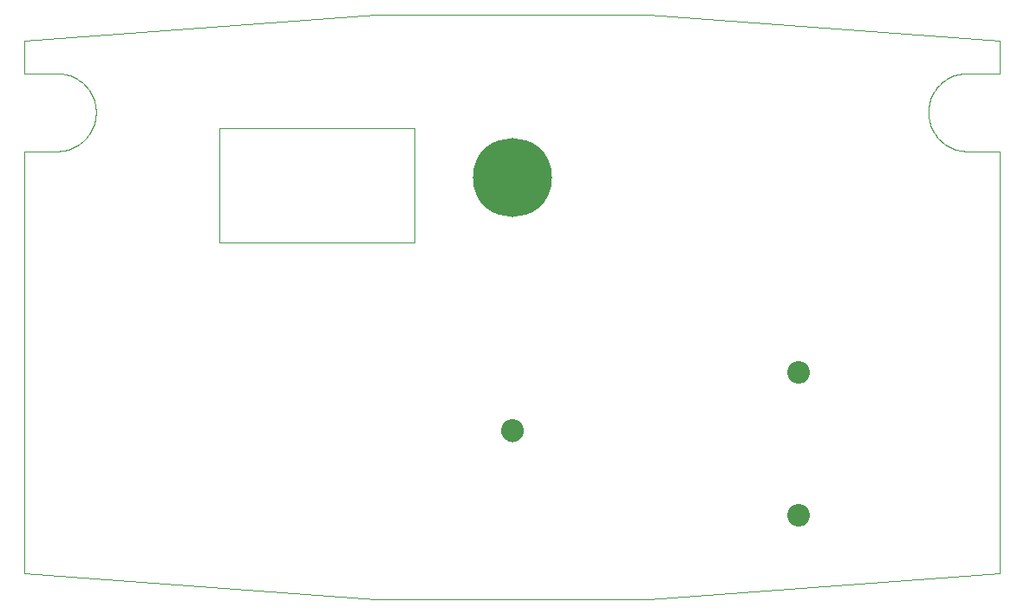
<source format=gts>
G75*
G70*
%OFA0B0*%
%FSLAX24Y24*%
%IPPOS*%
%LPD*%
%AMOC8*
5,1,8,0,0,1.08239X$1,22.5*
%
%ADD10C,0.0000*%
%ADD11C,0.0867*%
%ADD12C,0.3040*%
D10*
X010400Y020400D02*
X023900Y019400D01*
X034400Y019400D01*
X047900Y020400D01*
X047900Y036650D01*
X046650Y036650D01*
X046574Y036652D01*
X046498Y036658D01*
X046423Y036667D01*
X046348Y036681D01*
X046274Y036698D01*
X046201Y036719D01*
X046129Y036743D01*
X046058Y036772D01*
X045989Y036803D01*
X045922Y036838D01*
X045857Y036877D01*
X045793Y036919D01*
X045732Y036964D01*
X045673Y037012D01*
X045617Y037063D01*
X045563Y037117D01*
X045512Y037173D01*
X045464Y037232D01*
X045419Y037293D01*
X045377Y037357D01*
X045338Y037422D01*
X045303Y037489D01*
X045272Y037558D01*
X045243Y037629D01*
X045219Y037701D01*
X045198Y037774D01*
X045181Y037848D01*
X045167Y037923D01*
X045158Y037998D01*
X045152Y038074D01*
X045150Y038150D01*
X045152Y038226D01*
X045158Y038302D01*
X045167Y038377D01*
X045181Y038452D01*
X045198Y038526D01*
X045219Y038599D01*
X045243Y038671D01*
X045272Y038742D01*
X045303Y038811D01*
X045338Y038878D01*
X045377Y038943D01*
X045419Y039007D01*
X045464Y039068D01*
X045512Y039127D01*
X045563Y039183D01*
X045617Y039237D01*
X045673Y039288D01*
X045732Y039336D01*
X045793Y039381D01*
X045857Y039423D01*
X045922Y039462D01*
X045989Y039497D01*
X046058Y039528D01*
X046129Y039557D01*
X046201Y039581D01*
X046274Y039602D01*
X046348Y039619D01*
X046423Y039633D01*
X046498Y039642D01*
X046574Y039648D01*
X046650Y039650D01*
X047900Y039650D01*
X047900Y040900D01*
X034400Y041900D01*
X023900Y041900D01*
X010400Y040900D01*
X010400Y039650D01*
X011650Y039650D01*
X011726Y039648D01*
X011802Y039642D01*
X011877Y039633D01*
X011952Y039619D01*
X012026Y039602D01*
X012099Y039581D01*
X012171Y039557D01*
X012242Y039528D01*
X012311Y039497D01*
X012378Y039462D01*
X012443Y039423D01*
X012507Y039381D01*
X012568Y039336D01*
X012627Y039288D01*
X012683Y039237D01*
X012737Y039183D01*
X012788Y039127D01*
X012836Y039068D01*
X012881Y039007D01*
X012923Y038943D01*
X012962Y038878D01*
X012997Y038811D01*
X013028Y038742D01*
X013057Y038671D01*
X013081Y038599D01*
X013102Y038526D01*
X013119Y038452D01*
X013133Y038377D01*
X013142Y038302D01*
X013148Y038226D01*
X013150Y038150D01*
X013148Y038074D01*
X013142Y037998D01*
X013133Y037923D01*
X013119Y037848D01*
X013102Y037774D01*
X013081Y037701D01*
X013057Y037629D01*
X013028Y037558D01*
X012997Y037489D01*
X012962Y037422D01*
X012923Y037357D01*
X012881Y037293D01*
X012836Y037232D01*
X012788Y037173D01*
X012737Y037117D01*
X012683Y037063D01*
X012627Y037012D01*
X012568Y036964D01*
X012507Y036919D01*
X012443Y036877D01*
X012378Y036838D01*
X012311Y036803D01*
X012242Y036772D01*
X012171Y036743D01*
X012099Y036719D01*
X012026Y036698D01*
X011952Y036681D01*
X011877Y036667D01*
X011802Y036658D01*
X011726Y036652D01*
X011650Y036650D01*
X010400Y036650D01*
X010400Y020400D01*
X017900Y033150D02*
X025400Y033150D01*
X025400Y037525D01*
X017900Y037525D01*
X017900Y033150D01*
X028737Y025900D02*
X028739Y025940D01*
X028745Y025981D01*
X028755Y026020D01*
X028768Y026058D01*
X028786Y026095D01*
X028807Y026129D01*
X028831Y026162D01*
X028858Y026192D01*
X028888Y026219D01*
X028921Y026243D01*
X028955Y026264D01*
X028992Y026282D01*
X029030Y026295D01*
X029069Y026305D01*
X029110Y026311D01*
X029150Y026313D01*
X029190Y026311D01*
X029231Y026305D01*
X029270Y026295D01*
X029308Y026282D01*
X029345Y026264D01*
X029379Y026243D01*
X029412Y026219D01*
X029442Y026192D01*
X029469Y026162D01*
X029493Y026129D01*
X029514Y026095D01*
X029532Y026058D01*
X029545Y026020D01*
X029555Y025981D01*
X029561Y025940D01*
X029563Y025900D01*
X029561Y025860D01*
X029555Y025819D01*
X029545Y025780D01*
X029532Y025742D01*
X029514Y025705D01*
X029493Y025671D01*
X029469Y025638D01*
X029442Y025608D01*
X029412Y025581D01*
X029379Y025557D01*
X029345Y025536D01*
X029308Y025518D01*
X029270Y025505D01*
X029231Y025495D01*
X029190Y025489D01*
X029150Y025487D01*
X029110Y025489D01*
X029069Y025495D01*
X029030Y025505D01*
X028992Y025518D01*
X028955Y025536D01*
X028921Y025557D01*
X028888Y025581D01*
X028858Y025608D01*
X028831Y025638D01*
X028807Y025671D01*
X028786Y025705D01*
X028768Y025742D01*
X028755Y025780D01*
X028745Y025819D01*
X028739Y025860D01*
X028737Y025900D01*
X039737Y028150D02*
X039739Y028190D01*
X039745Y028231D01*
X039755Y028270D01*
X039768Y028308D01*
X039786Y028345D01*
X039807Y028379D01*
X039831Y028412D01*
X039858Y028442D01*
X039888Y028469D01*
X039921Y028493D01*
X039955Y028514D01*
X039992Y028532D01*
X040030Y028545D01*
X040069Y028555D01*
X040110Y028561D01*
X040150Y028563D01*
X040190Y028561D01*
X040231Y028555D01*
X040270Y028545D01*
X040308Y028532D01*
X040345Y028514D01*
X040379Y028493D01*
X040412Y028469D01*
X040442Y028442D01*
X040469Y028412D01*
X040493Y028379D01*
X040514Y028345D01*
X040532Y028308D01*
X040545Y028270D01*
X040555Y028231D01*
X040561Y028190D01*
X040563Y028150D01*
X040561Y028110D01*
X040555Y028069D01*
X040545Y028030D01*
X040532Y027992D01*
X040514Y027955D01*
X040493Y027921D01*
X040469Y027888D01*
X040442Y027858D01*
X040412Y027831D01*
X040379Y027807D01*
X040345Y027786D01*
X040308Y027768D01*
X040270Y027755D01*
X040231Y027745D01*
X040190Y027739D01*
X040150Y027737D01*
X040110Y027739D01*
X040069Y027745D01*
X040030Y027755D01*
X039992Y027768D01*
X039955Y027786D01*
X039921Y027807D01*
X039888Y027831D01*
X039858Y027858D01*
X039831Y027888D01*
X039807Y027921D01*
X039786Y027955D01*
X039768Y027992D01*
X039755Y028030D01*
X039745Y028069D01*
X039739Y028110D01*
X039737Y028150D01*
X039737Y022650D02*
X039739Y022690D01*
X039745Y022731D01*
X039755Y022770D01*
X039768Y022808D01*
X039786Y022845D01*
X039807Y022879D01*
X039831Y022912D01*
X039858Y022942D01*
X039888Y022969D01*
X039921Y022993D01*
X039955Y023014D01*
X039992Y023032D01*
X040030Y023045D01*
X040069Y023055D01*
X040110Y023061D01*
X040150Y023063D01*
X040190Y023061D01*
X040231Y023055D01*
X040270Y023045D01*
X040308Y023032D01*
X040345Y023014D01*
X040379Y022993D01*
X040412Y022969D01*
X040442Y022942D01*
X040469Y022912D01*
X040493Y022879D01*
X040514Y022845D01*
X040532Y022808D01*
X040545Y022770D01*
X040555Y022731D01*
X040561Y022690D01*
X040563Y022650D01*
X040561Y022610D01*
X040555Y022569D01*
X040545Y022530D01*
X040532Y022492D01*
X040514Y022455D01*
X040493Y022421D01*
X040469Y022388D01*
X040442Y022358D01*
X040412Y022331D01*
X040379Y022307D01*
X040345Y022286D01*
X040308Y022268D01*
X040270Y022255D01*
X040231Y022245D01*
X040190Y022239D01*
X040150Y022237D01*
X040110Y022239D01*
X040069Y022245D01*
X040030Y022255D01*
X039992Y022268D01*
X039955Y022286D01*
X039921Y022307D01*
X039888Y022331D01*
X039858Y022358D01*
X039831Y022388D01*
X039807Y022421D01*
X039786Y022455D01*
X039768Y022492D01*
X039755Y022530D01*
X039745Y022569D01*
X039739Y022610D01*
X039737Y022650D01*
D11*
X040150Y022650D03*
X040150Y028150D03*
X029150Y025900D03*
D12*
X029150Y035650D03*
M02*

</source>
